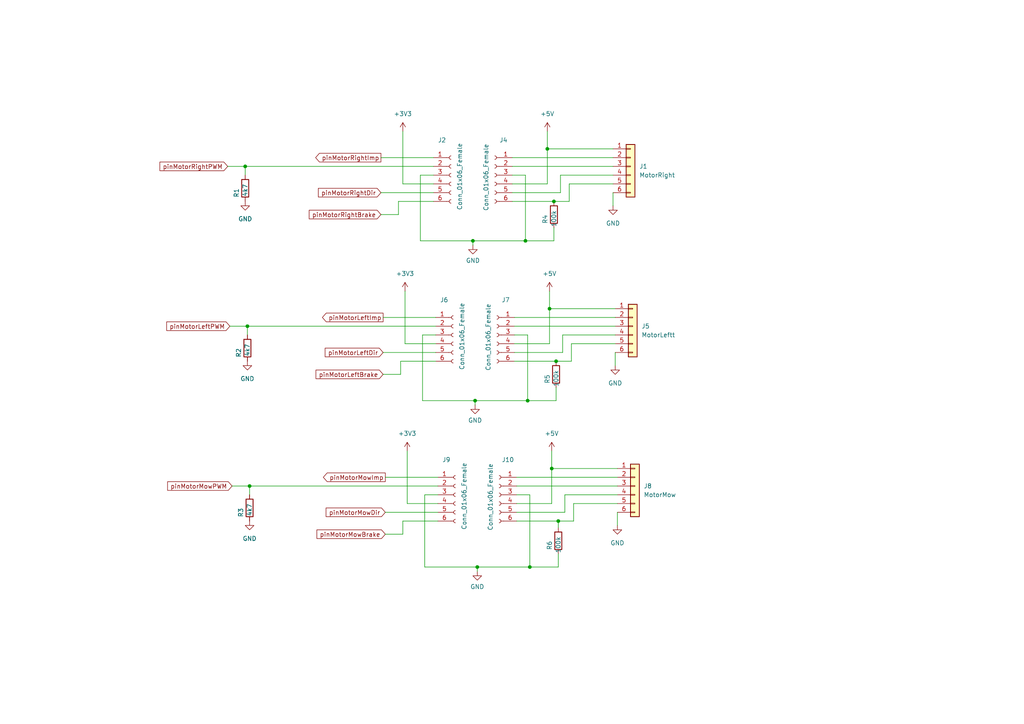
<source format=kicad_sch>
(kicad_sch (version 20211123) (generator eeschema)
  (paper "A4")
  (title_block (title "Landrumower motor connections") (rev "1.0"))
  (lib_symbols
    (symbol "Connector:Conn_01x06_Female" (pin_names (offset 1.016) hide)
      (property "Reference" "J" (at 0 7.62 0))
      (property "Value" "Conn_01x06_Female" (at 0 -10.16 0))
      (symbol "Conn_01x06_Female_1_1"
        (arc (start 0 -7.112) (mid -0.508 -7.62) (end 0 -8.128) (stroke (width 0.1524)))
        (arc (start 0 -4.572) (mid -0.508 -5.08) (end 0 -5.588) (stroke (width 0.1524)))
        (arc (start 0 -2.032) (mid -0.508 -2.54) (end 0 -3.048) (stroke (width 0.1524)))
        (polyline (pts (xy -1.27 -7.62) (xy -0.508 -7.62)) (stroke (width 0.1524)))
        (polyline (pts (xy -1.27 -5.08) (xy -0.508 -5.08)) (stroke (width 0.1524)))
        (polyline (pts (xy -1.27 -2.54) (xy -0.508 -2.54)) (stroke (width 0.1524)))
        (polyline (pts (xy -1.27 0) (xy -0.508 0)) (stroke (width 0.1524)))
        (polyline (pts (xy -1.27 2.54) (xy -0.508 2.54)) (stroke (width 0.1524)))
        (polyline (pts (xy -1.27 5.08) (xy -0.508 5.08)) (stroke (width 0.1524)))
        (arc (start 0 0.508) (mid -0.508 0) (end 0 -0.508) (stroke (width 0.1524)))
        (arc (start 0 3.048) (mid -0.508 2.54) (end 0 2.032) (stroke (width 0.1524)))
        (arc (start 0 5.588) (mid -0.508 5.08) (end 0 4.572) (stroke (width 0.1524)))
        (pin passive line (at -5.08 5.08 0) (length 3.81) (name "Pin_1") (number "1"))
        (pin passive line (at -5.08 2.54 0) (length 3.81) (name "Pin_2") (number "2"))
        (pin passive line (at -5.08 0 0) (length 3.81) (name "Pin_3") (number "3"))
        (pin passive line (at -5.08 -2.54 0) (length 3.81) (name "Pin_4") (number "4"))
        (pin passive line (at -5.08 -5.08 0) (length 3.81) (name "Pin_5") (number "5"))
        (pin passive line (at -5.08 -7.62 0) (length 3.81) (name "Pin_6") (number "6"))
      )
    )
    (symbol "Connector_Generic:Conn_01x06" (pin_names (offset 1.016) hide)
      (property "Reference" "J" (at 0 7.62 0))
      (property "Value" "Conn_01x06" (at 0 -10.16 0))
      (symbol "Conn_01x06_1_1"
        (rectangle (start -1.27 -7.493) (end 0 -7.747) (stroke (width 0.1524)))
        (rectangle (start -1.27 -4.953) (end 0 -5.207) (stroke (width 0.1524)))
        (rectangle (start -1.27 -2.413) (end 0 -2.667) (stroke (width 0.1524)))
        (rectangle (start -1.27 0.127) (end 0 -0.127) (stroke (width 0.1524)))
        (rectangle (start -1.27 2.667) (end 0 2.413) (stroke (width 0.1524)))
        (rectangle (start -1.27 5.207) (end 0 4.953) (stroke (width 0.1524)))
        (rectangle (start -1.27 6.35) (end 1.27 -8.89) (stroke (width 0.254)) (fill (type background)))
        (pin passive line (at -5.08 5.08 0) (length 3.81) (name "Pin_1") (number "1"))
        (pin passive line (at -5.08 2.54 0) (length 3.81) (name "Pin_2") (number "2"))
        (pin passive line (at -5.08 0 0) (length 3.81) (name "Pin_3") (number "3"))
        (pin passive line (at -5.08 -2.54 0) (length 3.81) (name "Pin_4") (number "4"))
        (pin passive line (at -5.08 -5.08 0) (length 3.81) (name "Pin_5") (number "5"))
        (pin passive line (at -5.08 -7.62 0) (length 3.81) (name "Pin_6") (number "6"))
      )
    )
    (symbol "Device:R" (pin_numbers hide) (pin_names (offset 0))
      (property "Reference" "R" (at 2.032 0 90))
      (property "Value" "R" (at 0 0 90))
      (symbol "R_0_1"
        (rectangle (start -1.016 -2.54) (end 1.016 2.54) (stroke (width 0.254)))
      )
      (symbol "R_1_1"
        (pin passive line (at 0 3.81 270) (length 1.27) (name "~") (number "1"))
        (pin passive line (at 0 -3.81 90) (length 1.27) (name "~") (number "2"))
      )
    )
    (symbol "power:+3V3" (power) (pin_names (offset 0))
      (property "Value" "+3V3" (at 0 3.556 0))
      (symbol "+3V3_0_1"
        (polyline (pts (xy -0.762 1.27) (xy 0 2.54)))
        (polyline (pts (xy 0 0) (xy 0 2.54)))
        (polyline (pts (xy 0 2.54) (xy 0.762 1.27)))
      )
      (symbol "+3V3_1_1"
        (pin power_in line (at 0 0 90) (length 0) hide (name "+3V3") (number "1"))
      )
    )
    (symbol "power:+5V" (power) (pin_names (offset 0))
      (property "Value" "+5V" (at 0 3.556 0))
      (symbol "+5V_0_1"
        (polyline (pts (xy -0.762 1.27) (xy 0 2.54)))
        (polyline (pts (xy 0 0) (xy 0 2.54)))
        (polyline (pts (xy 0 2.54) (xy 0.762 1.27)))
      )
      (symbol "+5V_1_1"
        (pin power_in line (at 0 0 90) (length 0) hide (name "+5V") (number "1"))
      )
    )
    (symbol "power:GND" (power) (pin_names (offset 0))
      (property "Value" "GND" (at 0 -3.81 0))
      (symbol "GND_0_1"
        (polyline (pts (xy 0 0) (xy 0 -1.27) (xy 1.27 -1.27) (xy 0 -2.54) (xy -1.27 -1.27) (xy 0 -1.27)))
      )
      (symbol "GND_1_1"
        (pin power_in line (at 0 0 270) (length 0) hide (name "GND") (number "1"))
      )
    )
  )
  (junction (at 137.16 69.85))
  (junction (at 160.655 58.42))
  (junction (at 152.4 69.85))
  (junction (at 153.67 164.465))
  (junction (at 160.02 135.89))
  (junction (at 158.75 43.18))
  (junction (at 72.39 140.97))
  (junction (at 137.795 116.205))
  (junction (at 138.43 164.465))
  (junction (at 153.035 116.205))
  (junction (at 161.925 151.13))
  (junction (at 71.12 48.26))
  (junction (at 71.755 94.615))
  (junction (at 161.29 104.775))
  (junction (at 159.385 89.535))
  (wire (pts (xy 148.59 45.72) (xy 177.8 45.72)))
  (wire (pts (xy 71.12 48.26) (xy 71.12 50.8)))
  (wire (pts (xy 159.385 84.455) (xy 159.385 89.535)))
  (wire (pts (xy 71.12 48.26) (xy 125.73 48.26)))
  (wire (pts (xy 161.925 160.655) (xy 161.925 164.465)))
  (wire (pts (xy 121.92 69.85) (xy 137.16 69.85)))
  (wire (pts (xy 161.925 151.13) (xy 166.37 151.13)))
  (wire (pts (xy 165.735 99.695) (xy 178.435 99.695)))
  (wire (pts (xy 110.49 45.72) (xy 125.73 45.72)))
  (wire (pts (xy 149.225 92.075) (xy 178.435 92.075)))
  (wire (pts (xy 111.125 102.235) (xy 126.365 102.235)))
  (wire (pts (xy 111.125 92.075) (xy 126.365 92.075)))
  (wire (pts (xy 137.16 69.85) (xy 152.4 69.85)))
  (wire (pts (xy 110.49 62.23) (xy 115.57 62.23)))
  (wire (pts (xy 123.19 143.51) (xy 123.19 164.465)))
  (wire (pts (xy 166.37 151.13) (xy 166.37 146.05)))
  (wire (pts (xy 163.195 102.235) (xy 163.195 97.155)))
  (wire (pts (xy 162.56 50.8) (xy 177.8 50.8)))
  (wire (pts (xy 115.57 58.42) (xy 125.73 58.42)))
  (wire (pts (xy 67.31 140.97) (xy 72.39 140.97)))
  (wire (pts (xy 116.84 154.94) (xy 116.84 151.13)))
  (wire (pts (xy 165.1 58.42) (xy 165.1 53.34)))
  (wire (pts (xy 126.365 97.155) (xy 122.555 97.155)))
  (wire (pts (xy 149.86 151.13) (xy 161.925 151.13)))
  (wire (pts (xy 161.29 104.775) (xy 165.735 104.775)))
  (wire (pts (xy 111.76 154.94) (xy 116.84 154.94)))
  (wire (pts (xy 158.75 43.18) (xy 158.75 53.34)))
  (wire (pts (xy 160.02 135.89) (xy 160.02 146.05)))
  (wire (pts (xy 162.56 55.88) (xy 162.56 50.8)))
  (wire (pts (xy 161.29 112.395) (xy 161.29 116.205)))
  (wire (pts (xy 148.59 48.26) (xy 177.8 48.26)))
  (wire (pts (xy 152.4 50.8) (xy 148.59 50.8)))
  (wire (pts (xy 166.37 146.05) (xy 179.07 146.05)))
  (wire (pts (xy 160.655 58.42) (xy 165.1 58.42)))
  (wire (pts (xy 149.225 102.235) (xy 163.195 102.235)))
  (wire (pts (xy 179.07 148.59) (xy 179.07 152.4)))
  (wire (pts (xy 116.205 108.585) (xy 116.205 104.775)))
  (wire (pts (xy 111.76 138.43) (xy 127 138.43)))
  (wire (pts (xy 138.43 164.465) (xy 138.43 165.735)))
  (wire (pts (xy 122.555 97.155) (xy 122.555 116.205)))
  (wire (pts (xy 66.04 48.26) (xy 71.12 48.26)))
  (wire (pts (xy 111.125 108.585) (xy 116.205 108.585)))
  (wire (pts (xy 137.795 116.205) (xy 153.035 116.205)))
  (wire (pts (xy 122.555 116.205) (xy 137.795 116.205)))
  (wire (pts (xy 110.49 55.88) (xy 125.73 55.88)))
  (wire (pts (xy 72.39 140.97) (xy 72.39 143.51)))
  (wire (pts (xy 160.02 135.89) (xy 179.07 135.89)))
  (wire (pts (xy 153.035 116.205) (xy 161.29 116.205)))
  (wire (pts (xy 72.39 140.97) (xy 127 140.97)))
  (wire (pts (xy 159.385 99.695) (xy 149.225 99.695)))
  (wire (pts (xy 117.475 99.695) (xy 126.365 99.695)))
  (wire (pts (xy 159.385 89.535) (xy 178.435 89.535)))
  (wire (pts (xy 148.59 55.88) (xy 162.56 55.88)))
  (wire (pts (xy 149.86 140.97) (xy 179.07 140.97)))
  (wire (pts (xy 163.195 97.155) (xy 178.435 97.155)))
  (wire (pts (xy 153.035 97.155) (xy 149.225 97.155)))
  (wire (pts (xy 117.475 84.455) (xy 117.475 99.695)))
  (wire (pts (xy 161.925 151.13) (xy 161.925 153.035)))
  (wire (pts (xy 149.86 138.43) (xy 179.07 138.43)))
  (wire (pts (xy 158.75 43.18) (xy 177.8 43.18)))
  (wire (pts (xy 163.83 143.51) (xy 179.07 143.51)))
  (wire (pts (xy 127 143.51) (xy 123.19 143.51)))
  (wire (pts (xy 165.735 104.775) (xy 165.735 99.695)))
  (wire (pts (xy 66.675 94.615) (xy 71.755 94.615)))
  (wire (pts (xy 118.11 130.81) (xy 118.11 146.05)))
  (wire (pts (xy 165.1 53.34) (xy 177.8 53.34)))
  (wire (pts (xy 158.75 38.1) (xy 158.75 43.18)))
  (wire (pts (xy 111.76 148.59) (xy 127 148.59)))
  (wire (pts (xy 153.035 97.155) (xy 153.035 116.205)))
  (wire (pts (xy 163.83 148.59) (xy 163.83 143.51)))
  (wire (pts (xy 121.92 50.8) (xy 121.92 69.85)))
  (wire (pts (xy 71.755 94.615) (xy 126.365 94.615)))
  (wire (pts (xy 178.435 102.235) (xy 178.435 106.045)))
  (wire (pts (xy 153.67 143.51) (xy 153.67 164.465)))
  (wire (pts (xy 159.385 89.535) (xy 159.385 99.695)))
  (wire (pts (xy 138.43 164.465) (xy 153.67 164.465)))
  (wire (pts (xy 149.225 104.775) (xy 161.29 104.775)))
  (wire (pts (xy 160.02 146.05) (xy 149.86 146.05)))
  (wire (pts (xy 137.795 116.205) (xy 137.795 117.475)))
  (wire (pts (xy 118.11 146.05) (xy 127 146.05)))
  (wire (pts (xy 158.75 53.34) (xy 148.59 53.34)))
  (wire (pts (xy 149.225 94.615) (xy 178.435 94.615)))
  (wire (pts (xy 177.8 55.88) (xy 177.8 59.69)))
  (wire (pts (xy 152.4 50.8) (xy 152.4 69.85)))
  (wire (pts (xy 115.57 62.23) (xy 115.57 58.42)))
  (wire (pts (xy 137.16 69.85) (xy 137.16 71.12)))
  (wire (pts (xy 153.67 143.51) (xy 149.86 143.51)))
  (wire (pts (xy 116.84 151.13) (xy 127 151.13)))
  (wire (pts (xy 148.59 58.42) (xy 160.655 58.42)))
  (wire (pts (xy 123.19 164.465) (xy 138.43 164.465)))
  (wire (pts (xy 149.86 148.59) (xy 163.83 148.59)))
  (wire (pts (xy 153.67 164.465) (xy 161.925 164.465)))
  (wire (pts (xy 71.755 94.615) (xy 71.755 97.155)))
  (wire (pts (xy 152.4 69.85) (xy 160.655 69.85)))
  (wire (pts (xy 116.205 104.775) (xy 126.365 104.775)))
  (wire (pts (xy 116.84 53.34) (xy 125.73 53.34)))
  (wire (pts (xy 160.02 130.81) (xy 160.02 135.89)))
  (wire (pts (xy 160.655 66.04) (xy 160.655 69.85)))
  (wire (pts (xy 125.73 50.8) (xy 121.92 50.8)))
  (wire (pts (xy 116.84 38.1) (xy 116.84 53.34)))
  (global_label "pinMotorRightBrake" (shape input) (at 110.49 62.23 180) (property "Intersheet References" "${INTERSHEET_REFS}" (effects hide)))
  (global_label "pinMotorMowDir" (shape input) (at 111.76 148.59 180) (property "Intersheet References" "${INTERSHEET_REFS}" (effects hide)))
  (global_label "pinMotorLeftDir" (shape input) (at 111.125 102.235 180) (property "Intersheet References" "${INTERSHEET_REFS}" (effects hide)))
  (global_label "pinMotorRightPWM" (shape input) (at 66.04 48.26 180) (property "Intersheet References" "${INTERSHEET_REFS}" (effects hide)))
  (global_label "pinMotorRightImp" (shape output) (at 110.49 45.72 180) (property "Intersheet References" "${INTERSHEET_REFS}" (effects hide)))
  (global_label "pinMotorMowImp" (shape output) (at 111.76 138.43 180) (property "Intersheet References" "${INTERSHEET_REFS}" (effects hide)))
  (global_label "pinMotorMowPWM" (shape input) (at 67.31 140.97 180) (property "Intersheet References" "${INTERSHEET_REFS}" (effects hide)))
  (global_label "pinMotorMowBrake" (shape input) (at 111.76 154.94 180) (property "Intersheet References" "${INTERSHEET_REFS}" (effects hide)))
  (global_label "pinMotorLeftImp" (shape output) (at 111.125 92.075 180) (property "Intersheet References" "${INTERSHEET_REFS}" (effects hide)))
  (global_label "pinMotorLeftPWM" (shape input) (at 66.675 94.615 180) (property "Intersheet References" "${INTERSHEET_REFS}" (effects hide)))
  (global_label "pinMotorLeftBrake" (shape input) (at 111.125 108.585 180) (property "Intersheet References" "${INTERSHEET_REFS}" (effects hide)))
  (global_label "pinMotorRightDir" (shape input) (at 110.49 55.88 180) (property "Intersheet References" "${INTERSHEET_REFS}" (effects hide)))
  (symbol (lib_id "Device:R") (at 161.29 108.585 0) (unit 1)
    (property "Reference" "R5" (at 158.75 108.585 90) (effects (justify right)))
    (property "Value" "100k" (at 161.29 107.315 90) (effects (justify right)))
    (property "Footprint" "Resistor_SMD:R_0805_2012Metric_Pad1.20x1.40mm_HandSolder" (effects hide))
  )
  (symbol (lib_id "Device:R") (at 72.39 147.32 0) (unit 1)
    (property "Reference" "R3" (at 69.85 147.32 90) (effects (justify right)))
    (property "Value" "4k7" (at 72.39 146.05 90) (effects (justify right)))
    (property "Footprint" "Resistor_SMD:R_0805_2012Metric_Pad1.20x1.40mm_HandSolder" (effects hide))
  )
  (symbol (lib_id "power:+3V3") (at 116.84 38.1 0) (unit 1)
    (property "Reference" "#PWR0110" (effects hide))
    (property "Value" "+3V3" (at 116.84 33.02 0))
  )
  (symbol (lib_id "power:GND") (at 137.795 117.475 0) (unit 1)
    (property "Reference" "#PWR0107" (effects hide))
    (property "Value" "GND" (at 137.795 121.92 0))
  )
  (symbol (lib_id "power:GND") (at 178.435 106.045 0) (unit 1)
    (property "Reference" "#PWR08" (effects hide))
    (property "Value" "GND" (at 178.435 111.125 0))
  )
  (symbol (lib_id "power:+5V") (at 159.385 84.455 0) (unit 1)
    (property "Reference" "#PWR06" (effects hide))
    (property "Value" "+5V" (at 159.385 79.375 0))
  )
  (symbol (lib_id "power:GND") (at 71.12 58.42 0) (unit 1)
    (property "Reference" "#PWR0115" (effects hide))
    (property "Value" "GND" (at 71.12 63.5 0))
  )
  (symbol (lib_id "Connector:Conn_01x06_Female") (at 132.08 143.51 0) (unit 1)
    (property "Reference" "J9" (at 128.27 133.35 0) (effects (justify left)))
    (property "Value" "Conn_01x06_Female" (at 134.62 153.67 90) (effects (justify left)))
    (property "Footprint" "Connector_PinSocket_2.54mm:PinSocket_1x06_P2.54mm_Vertical" (effects hide))
  )
  (symbol (lib_id "power:GND") (at 179.07 152.4 0) (unit 1)
    (property "Reference" "#PWR013" (effects hide))
    (property "Value" "GND" (at 179.07 157.48 0))
  )
  (symbol (lib_id "Connector_Generic:Conn_01x06") (at 183.515 94.615 0) (unit 1)
    (property "Reference" "J5" (at 186.055 94.6149 0) (effects (justify left)))
    (property "Value" "MotorLeftt" (at 186.055 97.1549 0) (effects (justify left)))
    (property "Footprint" "Connector_JST:JST_EH_B6B-EH-A_1x06_P2.50mm_Vertical" (effects hide))
  )
  (symbol (lib_id "Connector_Generic:Conn_01x06") (at 182.88 48.26 0) (unit 1)
    (property "Reference" "J1" (at 185.42 48.2599 0) (effects (justify left)))
    (property "Value" "MotorRight" (at 185.42 50.7999 0) (effects (justify left)))
    (property "Footprint" "Connector_JST:JST_EH_B6B-EH-A_1x06_P2.50mm_Vertical" (effects hide))
  )
  (symbol (lib_id "Device:R") (at 71.755 100.965 0) (unit 1)
    (property "Reference" "R2" (at 69.215 100.965 90) (effects (justify right)))
    (property "Value" "4k7" (at 71.755 99.695 90) (effects (justify right)))
    (property "Footprint" "Resistor_SMD:R_0805_2012Metric_Pad1.20x1.40mm_HandSolder" (effects hide))
  )
  (symbol (lib_id "power:GND") (at 177.8 59.69 0) (unit 1)
    (property "Reference" "#PWR0108" (effects hide))
    (property "Value" "GND" (at 177.8 64.77 0))
  )
  (symbol (lib_id "power:GND") (at 138.43 165.735 0) (unit 1)
    (property "Reference" "#PWR014" (effects hide))
    (property "Value" "GND" (at 138.43 170.18 0))
  )
  (symbol (lib_id "power:+3V3") (at 117.475 84.455 0) (unit 1)
    (property "Reference" "#PWR02" (effects hide))
    (property "Value" "+3V3" (at 117.475 79.375 0))
  )
  (symbol (lib_id "Connector:Conn_01x06_Female") (at 130.81 50.8 0) (unit 1)
    (property "Reference" "J2" (at 127 40.64 0) (effects (justify left)))
    (property "Value" "Conn_01x06_Female" (at 133.35 60.96 90) (effects (justify left)))
    (property "Footprint" "Connector_PinSocket_2.54mm:PinSocket_1x06_P2.54mm_Vertical" (effects hide))
  )
  (symbol (lib_id "power:+3V3") (at 118.11 130.81 0) (unit 1)
    (property "Reference" "#PWR010" (effects hide))
    (property "Value" "+3V3" (at 118.11 125.73 0))
  )
  (symbol (lib_id "Connector:Conn_01x06_Female") (at 144.78 143.51 0) (mirror y) (unit 1)
    (property "Reference" "J10" (at 147.32 133.35 0))
    (property "Value" "Conn_01x06_Female" (at 142.24 144.145 90))
    (property "Footprint" "Connector_PinSocket_2.54mm:PinSocket_1x06_P2.54mm_Vertical" (effects hide))
  )
  (symbol (lib_id "power:GND") (at 137.16 71.12 0) (unit 1)
    (property "Reference" "#PWR0113" (effects hide))
    (property "Value" "GND" (at 137.16 75.565 0))
  )
  (symbol (lib_id "Connector:Conn_01x06_Female") (at 144.145 97.155 0) (mirror y) (unit 1)
    (property "Reference" "J7" (at 146.685 86.995 0))
    (property "Value" "Conn_01x06_Female" (at 141.605 97.79 90))
    (property "Footprint" "Connector_PinSocket_2.54mm:PinSocket_1x06_P2.54mm_Vertical" (effects hide))
  )
  (symbol (lib_id "Connector_Generic:Conn_01x06") (at 184.15 140.97 0) (unit 1)
    (property "Reference" "J8" (at 186.69 140.9699 0) (effects (justify left)))
    (property "Value" "MotorMow" (at 186.69 143.5099 0) (effects (justify left)))
    (property "Footprint" "Connector_JST:JST_EH_B6B-EH-A_1x06_P2.50mm_Vertical" (effects hide))
  )
  (symbol (lib_id "Connector:Conn_01x06_Female") (at 143.51 50.8 0) (mirror y) (unit 1)
    (property "Reference" "J4" (at 146.05 40.64 0))
    (property "Value" "Conn_01x06_Female" (at 140.97 51.435 90))
    (property "Footprint" "Connector_PinSocket_2.54mm:PinSocket_1x06_P2.54mm_Vertical" (effects hide))
  )
  (symbol (lib_id "Device:R") (at 160.655 62.23 0) (unit 1)
    (property "Reference" "R4" (at 158.115 62.23 90) (effects (justify right)))
    (property "Value" "100k" (at 160.655 60.96 90) (effects (justify right)))
    (property "Footprint" "Resistor_SMD:R_0805_2012Metric_Pad1.20x1.40mm_HandSolder" (effects hide))
  )
  (symbol (lib_id "power:+5V") (at 160.02 130.81 0) (unit 1)
    (property "Reference" "#PWR011" (effects hide))
    (property "Value" "+5V" (at 160.02 125.73 0))
  )
  (symbol (lib_id "Connector:Conn_01x06_Female") (at 131.445 97.155 0) (unit 1)
    (property "Reference" "J6" (at 127.635 86.995 0) (effects (justify left)))
    (property "Value" "Conn_01x06_Female" (at 133.985 107.315 90) (effects (justify left)))
    (property "Footprint" "Connector_PinSocket_2.54mm:PinSocket_1x06_P2.54mm_Vertical" (effects hide))
  )
  (symbol (lib_id "power:GND") (at 72.39 151.13 0) (unit 1)
    (property "Reference" "#PWR012" (effects hide))
    (property "Value" "GND" (at 72.39 156.21 0))
  )
  (symbol (lib_id "power:+5V") (at 158.75 38.1 0) (unit 1)
    (property "Reference" "#PWR0109" (effects hide))
    (property "Value" "+5V" (at 158.75 33.02 0))
  )
  (symbol (lib_id "Device:R") (at 71.12 54.61 0) (unit 1)
    (property "Reference" "R1" (at 68.58 54.61 90) (effects (justify right)))
    (property "Value" "4k7" (at 71.12 53.34 90) (effects (justify right)))
    (property "Footprint" "Resistor_SMD:R_0805_2012Metric_Pad1.20x1.40mm_HandSolder" (effects hide))
  )
  (symbol (lib_id "power:GND") (at 71.755 104.775 0) (unit 1)
    (property "Reference" "#PWR07" (effects hide))
    (property "Value" "GND" (at 71.755 109.855 0))
  )
  (symbol (lib_id "Device:R") (at 161.925 156.845 0) (unit 1)
    (property "Reference" "R6" (at 159.385 156.845 90) (effects (justify right)))
    (property "Value" "100k" (at 161.925 155.575 90) (effects (justify right)))
    (property "Footprint" "Resistor_SMD:R_0805_2012Metric_Pad1.20x1.40mm_HandSolder" (effects hide))
  )
)
</source>
